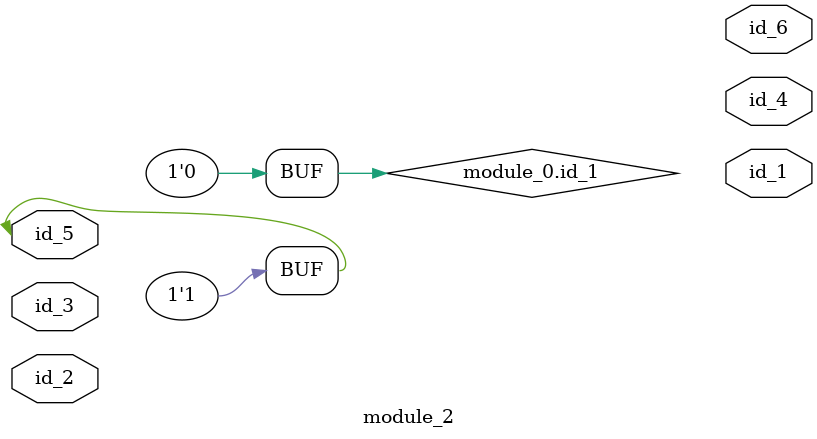
<source format=v>
module module_0 (
    id_1,
    id_2
);
  inout wire id_2;
  input wire id_1;
  always $display(-1, id_1, 1);
  assign id_2 = id_2;
  module_2 modCall_1 (
      id_2,
      id_1,
      id_2,
      id_2,
      id_2,
      id_2
  );
  assign module_1.id_2 = 0;
endmodule
module module_1 (
    id_1,
    id_2,
    id_3
);
  input wire id_3;
  input wire id_2;
  inout wire id_1;
  parameter id_4 = id_2;
  wire id_5;
  wire id_6, id_7;
  module_0 modCall_1 (
      id_4,
      id_6
  );
  assign id_6 = (id_3);
endmodule
module module_2 (
    id_1,
    id_2,
    id_3,
    id_4,
    id_5,
    id_6
);
  output wire id_6;
  inout wire id_5;
  output wire id_4;
  inout wire id_3;
  input wire id_2;
  output wire id_1;
  wire id_7;
  wire id_8, id_9;
  assign id_5 = -1;
  assign module_0.id_1 = 0;
endmodule

</source>
